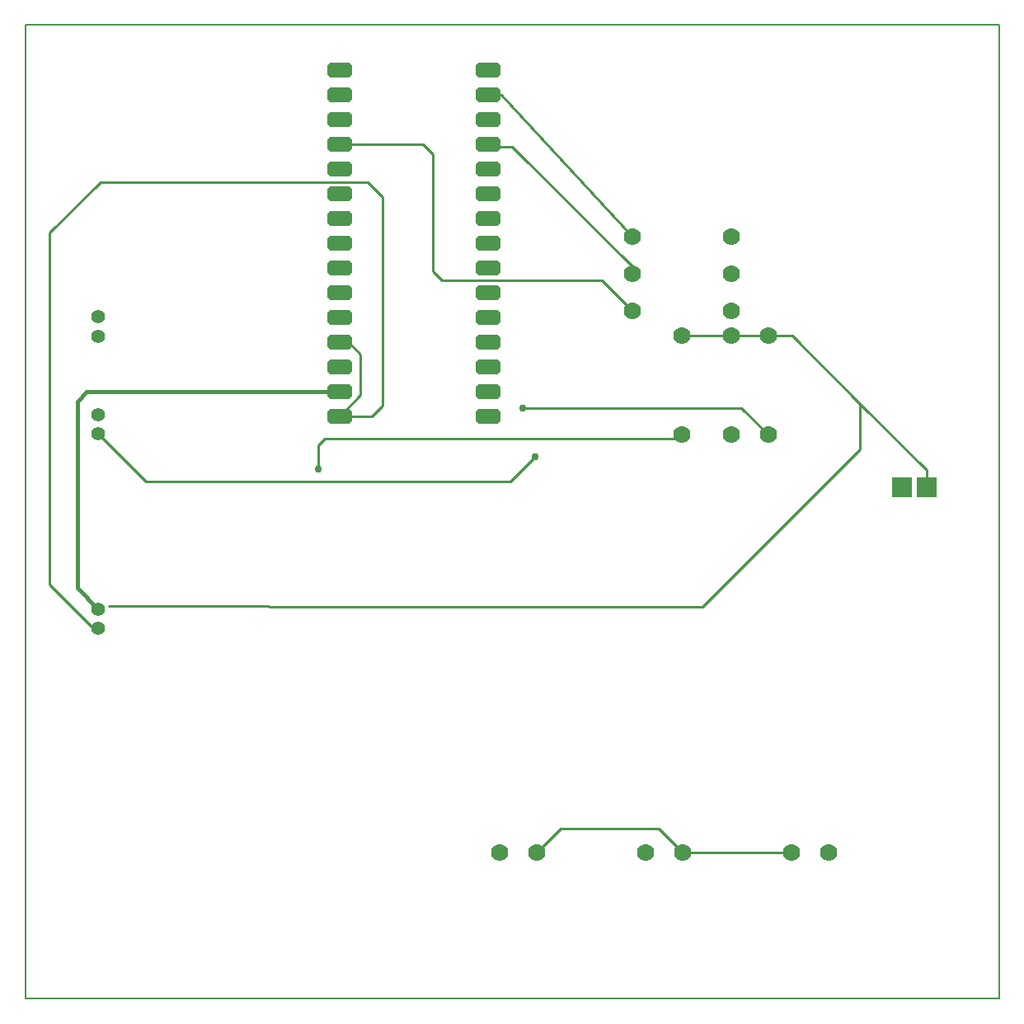
<source format=gbr>
G04 PROTEUS GERBER X2 FILE*
%TF.GenerationSoftware,Labcenter,Proteus,8.16-SP3-Build36097*%
%TF.CreationDate,2024-06-22T10:57:25+00:00*%
%TF.FileFunction,Copper,L1,Top*%
%TF.FilePolarity,Positive*%
%TF.Part,Single*%
%TF.SameCoordinates,{46920692-e9dd-4208-b897-880813824025}*%
%FSLAX45Y45*%
%MOMM*%
G01*
%TA.AperFunction,Conductor*%
%ADD10C,0.254000*%
%ADD11C,0.381000*%
%TA.AperFunction,ViaPad*%
%ADD12C,0.762000*%
%AMDIL003*
4,1,8,
-1.270000,0.457200,-0.965200,0.762000,0.965200,0.762000,1.270000,0.457200,1.270000,-0.457200,
0.965200,-0.762000,-0.965200,-0.762000,-1.270000,-0.457200,-1.270000,0.457200,
0*%
%TA.AperFunction,ComponentPad*%
%ADD13DIL003*%
%TA.AperFunction,ComponentPad*%
%ADD14C,1.778000*%
%TA.AperFunction,WasherPad*%
%ADD15C,1.397000*%
%TA.AperFunction,ComponentPad*%
%ADD16R,2.032000X2.032000*%
%TA.AperFunction,Profile*%
%ADD17C,0.203200*%
%TD.AperFunction*%
D10*
X+984000Y+2310000D02*
X+671000Y+2623000D01*
X-972000Y+2623000D01*
X-1067303Y+2718303D01*
X-1067303Y+3924500D01*
X-1166803Y+4024000D01*
X-2024000Y+4024000D01*
X-19500Y+813000D02*
X-273500Y+559000D01*
X-4009000Y+559000D01*
X-4500000Y+1050000D01*
D11*
X-4500000Y-750000D02*
X-4718500Y-531500D01*
X-4718500Y+1384500D01*
X-4619000Y+1484000D01*
X-2024000Y+1484000D01*
D10*
X+2000000Y+2056000D02*
X+1492000Y+2056000D01*
X+2000000Y+2056000D02*
X+2381000Y+2056000D01*
X+1500000Y-3250000D02*
X+1251000Y-3001000D01*
X+249000Y-3001000D01*
X+0Y-3250000D01*
X-500000Y+4024000D02*
X-500000Y+4000000D01*
X-250000Y+4000000D01*
X+1006846Y+2743154D01*
X+984000Y+2691000D01*
X-2242000Y+686000D02*
X-2242000Y+936000D01*
X-2178000Y+1000000D01*
X+1452000Y+1000000D01*
X+1492000Y+1040000D01*
X+1187000Y+1317000D02*
X+1631500Y+1317000D01*
X+2104000Y+1317000D01*
X+2381000Y+1040000D01*
X-146500Y+1317000D02*
X+0Y+1317000D01*
X+1187000Y+1317000D01*
X+1500000Y-3250000D02*
X+2619000Y-3250000D01*
X-500000Y+4532000D02*
X-364610Y+4532000D01*
X-364615Y+4532005D01*
X+984000Y+3072000D01*
X-2024000Y+1230000D02*
X-1691500Y+1230000D01*
X-1581490Y+1340010D01*
X-1581490Y+3483698D01*
X-1734610Y+3636818D01*
X-4481773Y+3636818D01*
X-5004184Y+3114407D01*
X-5004184Y-495816D01*
X-5000000Y-500000D01*
X-4550000Y-950000D01*
X-4500000Y-950000D01*
X-2024000Y+1992000D02*
X-1931908Y+1992000D01*
X-1806764Y+1866856D01*
X-1806764Y+1447236D01*
X-2024000Y+1230000D01*
X+3322250Y+1357750D02*
X+4004000Y+676000D01*
X+4004000Y+500000D01*
X+2381000Y+2056000D02*
X+2624000Y+2056000D01*
X+3322250Y+1357750D01*
X+3322250Y+892250D01*
X+1700000Y-730000D01*
X-2745840Y-730000D01*
X-2755840Y-720000D01*
X-4390000Y-720000D01*
D12*
X-19500Y+813000D03*
X-2242000Y+686000D03*
X-146500Y+1317000D03*
D13*
X-500000Y+1230000D03*
X-500000Y+1484000D03*
X-500000Y+1738000D03*
X-500000Y+1992000D03*
X-500000Y+2246000D03*
X-500000Y+2500000D03*
X-500000Y+2754000D03*
X-500000Y+3008000D03*
X-500000Y+3262000D03*
X-500000Y+3516000D03*
X-500000Y+3770000D03*
X-500000Y+4024000D03*
X-500000Y+4278000D03*
X-500000Y+4532000D03*
X-500000Y+4786000D03*
X-2024000Y+4786000D03*
X-2024000Y+4532000D03*
X-2024000Y+4278000D03*
X-2024000Y+4024000D03*
X-2024000Y+3770000D03*
X-2024000Y+3516000D03*
X-2024000Y+3262000D03*
X-2024000Y+3008000D03*
X-2024000Y+2754000D03*
X-2024000Y+2500000D03*
X-2024000Y+2246000D03*
X-2024000Y+1992000D03*
X-2024000Y+1738000D03*
X-2024000Y+1484000D03*
X-2024000Y+1230000D03*
D14*
X+3000000Y-3250000D03*
X+2619000Y-3250000D03*
X+1119000Y-3250000D03*
X+1500000Y-3250000D03*
X-381000Y-3250000D03*
X+0Y-3250000D03*
D15*
X-4500000Y-950000D03*
X-4500000Y-750000D03*
X-4500000Y+1050000D03*
X-4500000Y+1250000D03*
X-4500000Y+2050000D03*
X-4500000Y+2250000D03*
D16*
X+3750000Y+500000D03*
X+4004000Y+500000D03*
D14*
X+984000Y+2310000D03*
X+2000000Y+2310000D03*
X+2000000Y+1040000D03*
X+2000000Y+2056000D03*
X+1492000Y+1040000D03*
X+1492000Y+2056000D03*
X+984000Y+3072000D03*
X+2000000Y+3072000D03*
X+984000Y+2691000D03*
X+2000000Y+2691000D03*
X+2381000Y+1040000D03*
X+2381000Y+2056000D03*
D17*
X-5250000Y-4750000D02*
X+4750000Y-4750000D01*
X+4750000Y+5250000D01*
X-5250000Y+5250000D01*
X-5250000Y-4750000D01*
M02*

</source>
